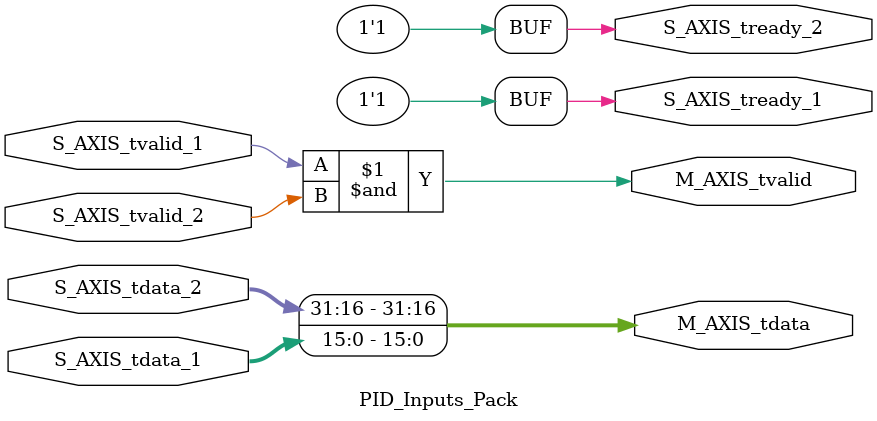
<source format=v>
`timescale 1ns / 1ps


module PID_Inputs_Pack#(
parameter integer DAC_DATA_WIDTH = 14,
 parameter integer AXIS_TDATA_WIDTH = 32
  )(
(* X_INTERFACE_PARAMETER = "FREQ_HZ 125000000" *)
 output         S_AXIS_tready_1,
    input  [AXIS_TDATA_WIDTH-1:0] S_AXIS_tdata_1,
    input          S_AXIS_tvalid_1,
    (* X_INTERFACE_PARAMETER = "FREQ_HZ 125000000" *)
     output         S_AXIS_tready_2,
    input  [AXIS_TDATA_WIDTH-1:0] S_AXIS_tdata_2,
    input          S_AXIS_tvalid_2,
    (* X_INTERFACE_PARAMETER = "FREQ_HZ 125000000" *)
     output         M_AXIS_tvalid,
    output  [AXIS_TDATA_WIDTH-1:0] M_AXIS_tdata

    );
    
assign M_AXIS_tdata = {S_AXIS_tdata_2[31:16],S_AXIS_tdata_1[15:0]};
assign M_AXIS_tvalid = S_AXIS_tvalid_1 & S_AXIS_tvalid_2;
assign S_AXIS_tready_1  =  1;
assign S_AXIS_tready_2  =  1;

endmodule

</source>
